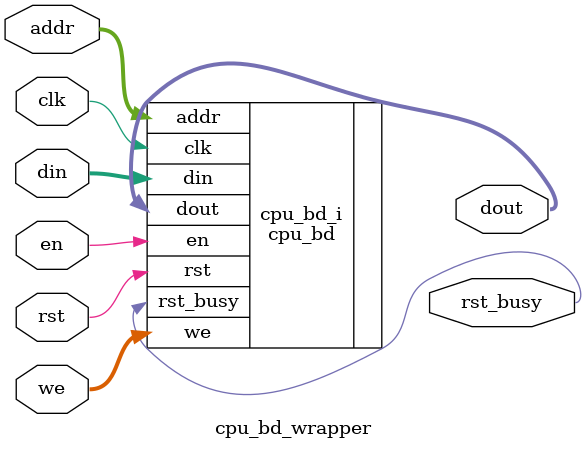
<source format=v>
`timescale 1 ps / 1 ps

module cpu_bd_wrapper
   (addr,
    clk,
    din,
    dout,
    en,
    rst,
    rst_busy,
    we);
  input [11:0]addr;
  input clk;
  input [31:0]din;
  output [31:0]dout;
  input en;
  input rst;
  output rst_busy;
  input [3:0]we;

  wire [11:0]addr;
  wire clk;
  wire [31:0]din;
  wire [31:0]dout;
  wire en;
  wire rst;
  wire rst_busy;
  wire [3:0]we;

  cpu_bd cpu_bd_i
       (.addr(addr),
        .clk(clk),
        .din(din),
        .dout(dout),
        .en(en),
        .rst(rst),
        .rst_busy(rst_busy),
        .we(we));
endmodule

</source>
